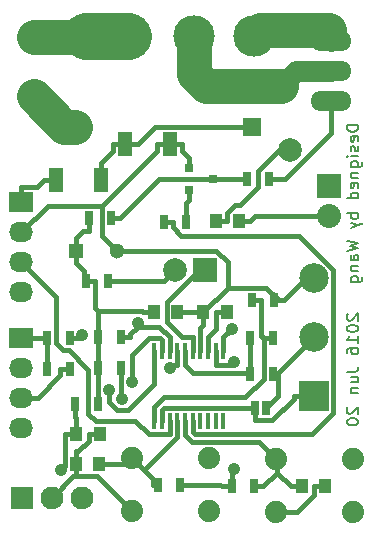
<source format=gbl>
G04 #@! TF.FileFunction,Copper,L2,Bot,Signal*
%FSLAX46Y46*%
G04 Gerber Fmt 4.6, Leading zero omitted, Abs format (unit mm)*
G04 Created by KiCad (PCBNEW 4.0.2+e4-6225~38~ubuntu16.04.1-stable) date Tue 21 Jun 2016 12:08:32 PM HKT*
%MOMM*%
G01*
G04 APERTURE LIST*
%ADD10C,0.100000*%
%ADD11C,0.175000*%
%ADD12C,3.500120*%
%ADD13C,1.879600*%
%ADD14R,1.000000X1.250000*%
%ADD15R,1.600000X1.600000*%
%ADD16C,1.600000*%
%ADD17C,1.300000*%
%ADD18R,1.300000X1.300000*%
%ADD19R,2.000000X2.000000*%
%ADD20C,2.000000*%
%ADD21R,1.250000X2.000000*%
%ADD22R,0.450000X1.450000*%
%ADD23R,2.032000X1.727200*%
%ADD24O,2.032000X1.727200*%
%ADD25R,0.635000X1.270000*%
%ADD26R,1.930400X1.930400*%
%ADD27C,1.930400*%
%ADD28R,0.800100X0.800100*%
%ADD29R,0.700000X1.300000*%
%ADD30C,1.998980*%
%ADD31C,2.500000*%
%ADD32R,2.500000X2.500000*%
%ADD33O,3.500120X1.699260*%
%ADD34R,2.032000X2.032000*%
%ADD35O,2.032000X2.032000*%
%ADD36C,1.066800*%
%ADD37C,0.431800*%
%ADD38C,3.000000*%
%ADD39C,1.750000*%
%ADD40C,4.000000*%
G04 APERTURE END LIST*
D10*
D11*
X30424381Y34407478D02*
X29424381Y34407478D01*
X29424381Y34169383D01*
X29472000Y34026525D01*
X29567238Y33931287D01*
X29662476Y33883668D01*
X29852952Y33836049D01*
X29995810Y33836049D01*
X30186286Y33883668D01*
X30281524Y33931287D01*
X30376762Y34026525D01*
X30424381Y34169383D01*
X30424381Y34407478D01*
X30376762Y33026525D02*
X30424381Y33121763D01*
X30424381Y33312240D01*
X30376762Y33407478D01*
X30281524Y33455097D01*
X29900571Y33455097D01*
X29805333Y33407478D01*
X29757714Y33312240D01*
X29757714Y33121763D01*
X29805333Y33026525D01*
X29900571Y32978906D01*
X29995810Y32978906D01*
X30091048Y33455097D01*
X30376762Y32597954D02*
X30424381Y32502716D01*
X30424381Y32312240D01*
X30376762Y32217001D01*
X30281524Y32169382D01*
X30233905Y32169382D01*
X30138667Y32217001D01*
X30091048Y32312240D01*
X30091048Y32455097D01*
X30043429Y32550335D01*
X29948190Y32597954D01*
X29900571Y32597954D01*
X29805333Y32550335D01*
X29757714Y32455097D01*
X29757714Y32312240D01*
X29805333Y32217001D01*
X30424381Y31740811D02*
X29757714Y31740811D01*
X29424381Y31740811D02*
X29472000Y31788430D01*
X29519619Y31740811D01*
X29472000Y31693192D01*
X29424381Y31740811D01*
X29519619Y31740811D01*
X29757714Y30836049D02*
X30567238Y30836049D01*
X30662476Y30883668D01*
X30710095Y30931287D01*
X30757714Y31026526D01*
X30757714Y31169383D01*
X30710095Y31264621D01*
X30376762Y30836049D02*
X30424381Y30931287D01*
X30424381Y31121764D01*
X30376762Y31217002D01*
X30329143Y31264621D01*
X30233905Y31312240D01*
X29948190Y31312240D01*
X29852952Y31264621D01*
X29805333Y31217002D01*
X29757714Y31121764D01*
X29757714Y30931287D01*
X29805333Y30836049D01*
X29757714Y30359859D02*
X30424381Y30359859D01*
X29852952Y30359859D02*
X29805333Y30312240D01*
X29757714Y30217002D01*
X29757714Y30074144D01*
X29805333Y29978906D01*
X29900571Y29931287D01*
X30424381Y29931287D01*
X30376762Y29074144D02*
X30424381Y29169382D01*
X30424381Y29359859D01*
X30376762Y29455097D01*
X30281524Y29502716D01*
X29900571Y29502716D01*
X29805333Y29455097D01*
X29757714Y29359859D01*
X29757714Y29169382D01*
X29805333Y29074144D01*
X29900571Y29026525D01*
X29995810Y29026525D01*
X30091048Y29502716D01*
X30424381Y28169382D02*
X29424381Y28169382D01*
X30376762Y28169382D02*
X30424381Y28264620D01*
X30424381Y28455097D01*
X30376762Y28550335D01*
X30329143Y28597954D01*
X30233905Y28645573D01*
X29948190Y28645573D01*
X29852952Y28597954D01*
X29805333Y28550335D01*
X29757714Y28455097D01*
X29757714Y28264620D01*
X29805333Y28169382D01*
X30424381Y26931287D02*
X29424381Y26931287D01*
X29805333Y26931287D02*
X29757714Y26836049D01*
X29757714Y26645572D01*
X29805333Y26550334D01*
X29852952Y26502715D01*
X29948190Y26455096D01*
X30233905Y26455096D01*
X30329143Y26502715D01*
X30376762Y26550334D01*
X30424381Y26645572D01*
X30424381Y26836049D01*
X30376762Y26931287D01*
X29757714Y26121763D02*
X30424381Y25883668D01*
X29757714Y25645572D02*
X30424381Y25883668D01*
X30662476Y25978906D01*
X30710095Y26026525D01*
X30757714Y26121763D01*
X29424381Y24597953D02*
X30424381Y24359858D01*
X29710095Y24169381D01*
X30424381Y23978905D01*
X29424381Y23740810D01*
X30424381Y22931286D02*
X29900571Y22931286D01*
X29805333Y22978905D01*
X29757714Y23074143D01*
X29757714Y23264620D01*
X29805333Y23359858D01*
X30376762Y22931286D02*
X30424381Y23026524D01*
X30424381Y23264620D01*
X30376762Y23359858D01*
X30281524Y23407477D01*
X30186286Y23407477D01*
X30091048Y23359858D01*
X30043429Y23264620D01*
X30043429Y23026524D01*
X29995810Y22931286D01*
X29757714Y22455096D02*
X30424381Y22455096D01*
X29852952Y22455096D02*
X29805333Y22407477D01*
X29757714Y22312239D01*
X29757714Y22169381D01*
X29805333Y22074143D01*
X29900571Y22026524D01*
X30424381Y22026524D01*
X29757714Y21121762D02*
X30567238Y21121762D01*
X30662476Y21169381D01*
X30710095Y21217000D01*
X30757714Y21312239D01*
X30757714Y21455096D01*
X30710095Y21550334D01*
X30376762Y21121762D02*
X30424381Y21217000D01*
X30424381Y21407477D01*
X30376762Y21502715D01*
X30329143Y21550334D01*
X30233905Y21597953D01*
X29948190Y21597953D01*
X29852952Y21550334D01*
X29805333Y21502715D01*
X29757714Y21407477D01*
X29757714Y21217000D01*
X29805333Y21121762D01*
X29519619Y18407476D02*
X29472000Y18359857D01*
X29424381Y18264619D01*
X29424381Y18026523D01*
X29472000Y17931285D01*
X29519619Y17883666D01*
X29614857Y17836047D01*
X29710095Y17836047D01*
X29852952Y17883666D01*
X30424381Y18455095D01*
X30424381Y17836047D01*
X29424381Y17217000D02*
X29424381Y17121761D01*
X29472000Y17026523D01*
X29519619Y16978904D01*
X29614857Y16931285D01*
X29805333Y16883666D01*
X30043429Y16883666D01*
X30233905Y16931285D01*
X30329143Y16978904D01*
X30376762Y17026523D01*
X30424381Y17121761D01*
X30424381Y17217000D01*
X30376762Y17312238D01*
X30329143Y17359857D01*
X30233905Y17407476D01*
X30043429Y17455095D01*
X29805333Y17455095D01*
X29614857Y17407476D01*
X29519619Y17359857D01*
X29472000Y17312238D01*
X29424381Y17217000D01*
X30424381Y15931285D02*
X30424381Y16502714D01*
X30424381Y16217000D02*
X29424381Y16217000D01*
X29567238Y16312238D01*
X29662476Y16407476D01*
X29710095Y16502714D01*
X29424381Y15074142D02*
X29424381Y15264619D01*
X29472000Y15359857D01*
X29519619Y15407476D01*
X29662476Y15502714D01*
X29852952Y15550333D01*
X30233905Y15550333D01*
X30329143Y15502714D01*
X30376762Y15455095D01*
X30424381Y15359857D01*
X30424381Y15169380D01*
X30376762Y15074142D01*
X30329143Y15026523D01*
X30233905Y14978904D01*
X29995810Y14978904D01*
X29900571Y15026523D01*
X29852952Y15074142D01*
X29805333Y15169380D01*
X29805333Y15359857D01*
X29852952Y15455095D01*
X29900571Y15502714D01*
X29995810Y15550333D01*
X29424381Y13502713D02*
X30138667Y13502713D01*
X30281524Y13550333D01*
X30376762Y13645571D01*
X30424381Y13788428D01*
X30424381Y13883666D01*
X29757714Y12597951D02*
X30424381Y12597951D01*
X29757714Y13026523D02*
X30281524Y13026523D01*
X30376762Y12978904D01*
X30424381Y12883666D01*
X30424381Y12740808D01*
X30376762Y12645570D01*
X30329143Y12597951D01*
X29757714Y12121761D02*
X30424381Y12121761D01*
X29852952Y12121761D02*
X29805333Y12074142D01*
X29757714Y11978904D01*
X29757714Y11836046D01*
X29805333Y11740808D01*
X29900571Y11693189D01*
X30424381Y11693189D01*
X29519619Y10502713D02*
X29472000Y10455094D01*
X29424381Y10359856D01*
X29424381Y10121760D01*
X29472000Y10026522D01*
X29519619Y9978903D01*
X29614857Y9931284D01*
X29710095Y9931284D01*
X29852952Y9978903D01*
X30424381Y10550332D01*
X30424381Y9931284D01*
X29424381Y9312237D02*
X29424381Y9216998D01*
X29472000Y9121760D01*
X29519619Y9074141D01*
X29614857Y9026522D01*
X29805333Y8978903D01*
X30043429Y8978903D01*
X30233905Y9026522D01*
X30329143Y9074141D01*
X30376762Y9121760D01*
X30424381Y9216998D01*
X30424381Y9312237D01*
X30376762Y9407475D01*
X30329143Y9455094D01*
X30233905Y9502713D01*
X30043429Y9550332D01*
X29805333Y9550332D01*
X29614857Y9502713D01*
X29519619Y9455094D01*
X29472000Y9407475D01*
X29424381Y9312237D01*
D12*
X10922000Y41910000D03*
D13*
X23418800Y6134600D03*
X29921200Y6134600D03*
X23418800Y1613400D03*
X29921200Y1613400D03*
X11226800Y6197600D03*
X17729200Y6197600D03*
X11226800Y1676400D03*
X17729200Y1676400D03*
D14*
X19288000Y18542000D03*
X17288000Y18542000D03*
X15097000Y18542000D03*
X13097000Y18542000D03*
X6518000Y8255000D03*
X8518000Y8255000D03*
D15*
X21387000Y34239200D03*
D16*
X6387000Y34239200D03*
D14*
X8493000Y5689600D03*
X6493000Y5689600D03*
X18329000Y26263600D03*
X20329000Y26263600D03*
D17*
X10002000Y23749000D03*
D18*
X6502000Y23749000D03*
D14*
X25619000Y3785000D03*
X27619000Y3785000D03*
D19*
X17450000Y22072600D03*
D20*
X14910000Y22072600D03*
D21*
X4856000Y29718000D03*
X8606000Y29718000D03*
X10698000Y32766000D03*
X14448000Y32766000D03*
D22*
X13128000Y15243600D03*
X13778000Y15243600D03*
X14428000Y15243600D03*
X15078000Y15243600D03*
X15728000Y15243600D03*
X16378000Y15243600D03*
X17028000Y15243600D03*
X17678000Y15243600D03*
X18328000Y15243600D03*
X18978000Y15243600D03*
X18978000Y9343600D03*
X18328000Y9343600D03*
X17678000Y9343600D03*
X17028000Y9343600D03*
X16378000Y9343600D03*
X15728000Y9343600D03*
X15078000Y9343600D03*
X14428000Y9343600D03*
X13778000Y9343600D03*
X13128000Y9343600D03*
D23*
X1854000Y27838400D03*
D24*
X1854000Y25298400D03*
X1854000Y22758400D03*
X1854000Y20218400D03*
D25*
X21673000Y10464800D03*
X22573000Y10464800D03*
D23*
X1842000Y16383000D03*
D24*
X1842000Y13843000D03*
X1842000Y11303000D03*
X1842000Y8763000D03*
D12*
X16510000Y41910000D03*
X21590000Y41910000D03*
X7366000Y41910000D03*
D26*
X1905000Y2794000D03*
D27*
X4445000Y2794000D03*
X6985000Y2794000D03*
D28*
X16093240Y28844200D03*
X16093240Y30744200D03*
X18092220Y29794200D03*
D29*
X21250000Y16332200D03*
X23150000Y16332200D03*
X21402000Y19532600D03*
X23302000Y19532600D03*
X21250000Y13284200D03*
X23150000Y13284200D03*
X5966000Y13716000D03*
X4066000Y13716000D03*
X8341000Y10744200D03*
X6441000Y10744200D03*
X5966000Y16383000D03*
X4066000Y16383000D03*
X7356000Y21158200D03*
X9256000Y21158200D03*
X10284000Y16446500D03*
X8384000Y16446500D03*
X8384000Y13779500D03*
X10284000Y13779500D03*
X15834000Y26212800D03*
X13934000Y26212800D03*
X7584000Y26517600D03*
X9484000Y26517600D03*
D30*
X2946000Y41818560D03*
X2946000Y36817300D03*
D29*
X15326000Y3937000D03*
X13426000Y3937000D03*
X20970000Y29794200D03*
X22870000Y29794200D03*
X19675000Y3785000D03*
X21575000Y3785000D03*
D31*
X26619000Y21430000D03*
D32*
X26619000Y11430000D03*
D31*
X26619000Y16430000D03*
D33*
X28067000Y38989000D03*
X28067000Y41529000D03*
X28067000Y36449000D03*
D34*
X27940000Y29210000D03*
D35*
X27940000Y26670000D03*
D30*
X24638000Y42418000D03*
X24638000Y32258000D03*
D36*
X19921900Y14322800D03*
X19921900Y5228100D03*
X5251200Y5187700D03*
X19714000Y17118200D03*
X9317900Y11913800D03*
X11223300Y12598600D03*
X11717300Y17641300D03*
X14479600Y13777200D03*
X7043100Y16583200D03*
X10412600Y11172600D03*
D37*
X19288000Y18542000D02*
X18356200Y18542000D01*
X18356200Y17078600D02*
X18356200Y18542000D01*
X17678000Y16400400D02*
X18356200Y17078600D01*
X17678000Y15243600D02*
X17678000Y16400400D01*
X26687200Y3086200D02*
X26687200Y3785000D01*
X25214400Y1613400D02*
X26687200Y3086200D01*
X23418800Y1613400D02*
X25214400Y1613400D01*
X27619000Y3785000D02*
X26687200Y3785000D01*
X4117300Y27561700D02*
X8738600Y27561700D01*
X1854000Y25298400D02*
X4117300Y27561700D01*
X13391200Y32214300D02*
X13391200Y32766000D01*
X8738600Y27561700D02*
X13391200Y32214300D01*
X14448000Y32766000D02*
X13391200Y32766000D01*
X15504800Y32164500D02*
X15504800Y32766000D01*
X16093200Y31576100D02*
X15504800Y32164500D01*
X16093200Y30744200D02*
X16093200Y31576100D01*
X14448000Y32766000D02*
X15504800Y32766000D01*
X7586200Y7625900D02*
X7586200Y8255000D01*
X6706700Y6746400D02*
X7586200Y7625900D01*
X6493000Y6746400D02*
X6706700Y6746400D01*
X6493000Y5689600D02*
X6493000Y6746400D01*
X8518000Y8255000D02*
X7586200Y8255000D01*
X6283800Y4632800D02*
X6493000Y4632800D01*
X4445000Y2794000D02*
X6283800Y4632800D01*
X6493000Y5689600D02*
X6493000Y4632800D01*
X8270400Y4632800D02*
X6493000Y4632800D01*
X11226800Y1676400D02*
X8270400Y4632800D01*
X21667200Y26670000D02*
X21260800Y26263600D01*
X27940000Y26670000D02*
X21667200Y26670000D01*
X20329000Y26263600D02*
X21260800Y26263600D01*
X17028000Y17225200D02*
X17028000Y15243600D01*
X17288000Y17485200D02*
X17028000Y17225200D01*
X17288000Y18013600D02*
X17288000Y17485200D01*
X17288000Y18013600D02*
X17288000Y18542000D01*
X15097000Y18542000D02*
X16028800Y18542000D01*
X17288000Y18542000D02*
X16028800Y18542000D01*
X23302000Y19532600D02*
X23692900Y19532600D01*
X8738600Y25012400D02*
X10002000Y23749000D01*
X8738600Y27561700D02*
X8738600Y25012400D01*
X18391500Y23749000D02*
X10002000Y23749000D01*
X19367200Y22773300D02*
X18391500Y23749000D01*
X19367200Y20621200D02*
X19367200Y22773300D01*
X22604300Y20621200D02*
X19367200Y20621200D01*
X23692900Y19532600D02*
X22604300Y20621200D01*
X19367200Y20621200D02*
X17288000Y18542000D01*
X23692900Y19532600D02*
X24083800Y19532600D01*
X25981200Y21430000D02*
X24083800Y19532600D01*
X26619000Y21430000D02*
X25981200Y21430000D01*
D38*
X22098000Y42418000D02*
X24638000Y42418000D01*
X21590000Y41910000D02*
X22098000Y42418000D01*
X24638000Y42418000D02*
X27940000Y42418000D01*
D37*
X19675000Y3785000D02*
X18893200Y3785000D01*
X8384000Y13779500D02*
X8384000Y12697700D01*
X8384000Y13779500D02*
X8384000Y16446500D01*
D39*
X27940000Y41656000D02*
X28067000Y41529000D01*
X27940000Y42418000D02*
X27940000Y41656000D01*
D37*
X18741200Y3937000D02*
X15326000Y3937000D01*
X18893200Y3785000D02*
X18741200Y3937000D01*
X7107000Y25435800D02*
X7584000Y25435800D01*
X6502000Y24830800D02*
X7107000Y25435800D01*
X6502000Y23749000D02*
X6502000Y24830800D01*
X7584000Y26517600D02*
X7584000Y25435800D01*
X6502000Y23749000D02*
X6502000Y22667200D01*
X7160600Y22008600D02*
X7160600Y21158200D01*
X6502000Y22667200D02*
X7160600Y22008600D01*
X8341000Y12654700D02*
X8341000Y10744200D01*
X8384000Y12697700D02*
X8341000Y12654700D01*
X18328000Y15243600D02*
X18328000Y14086800D01*
X7258300Y21158200D02*
X7160600Y21158200D01*
X7258300Y21158200D02*
X7356000Y21158200D01*
X7356000Y21158200D02*
X8137800Y21158200D01*
X8384000Y16446500D02*
X8384000Y17528300D01*
X13097000Y18542000D02*
X12165200Y18542000D01*
X12065300Y18641900D02*
X12165200Y18542000D01*
X8384000Y18641900D02*
X12065300Y18641900D01*
X8137800Y18888100D02*
X8384000Y18641900D01*
X8137800Y21158200D02*
X8137800Y18888100D01*
X8384000Y18641900D02*
X8384000Y17528300D01*
X3215000Y29133800D02*
X3799200Y29718000D01*
X1854000Y29133800D02*
X3215000Y29133800D01*
X1854000Y27838400D02*
X1854000Y29133800D01*
X4856000Y29718000D02*
X3799200Y29718000D01*
X19675000Y3785000D02*
X19675000Y4866800D01*
X19921900Y5113700D02*
X19921900Y5228100D01*
X19675000Y4866800D02*
X19921900Y5113700D01*
X19685900Y14086800D02*
X19921900Y14322800D01*
X18328000Y14086800D02*
X19685900Y14086800D01*
X6441000Y10744200D02*
X6441000Y9662400D01*
X6518000Y9585400D02*
X6518000Y8255000D01*
X6441000Y9662400D02*
X6518000Y9585400D01*
X6518000Y8255000D02*
X5586200Y8255000D01*
X5586200Y5522700D02*
X5251200Y5187700D01*
X5586200Y8255000D02*
X5586200Y5522700D01*
X9641200Y32185000D02*
X8606000Y31149800D01*
X9641200Y32766000D02*
X9641200Y32185000D01*
X8606000Y29718000D02*
X8606000Y31149800D01*
X10169600Y32766000D02*
X9641200Y32766000D01*
X10169600Y32766000D02*
X10698000Y32766000D01*
X13228000Y34239200D02*
X21387000Y34239200D01*
X11754800Y32766000D02*
X13228000Y34239200D01*
X10698000Y32766000D02*
X11754800Y32766000D01*
D38*
X5524000Y34239200D02*
X6387000Y34239200D01*
X2946000Y36817300D02*
X5524000Y34239200D01*
D37*
X13426000Y3937000D02*
X13035100Y3937000D01*
X15078000Y7964000D02*
X15078000Y9343600D01*
X12269200Y5155200D02*
X15078000Y7964000D01*
X13035100Y4389300D02*
X12269200Y5155200D01*
X13035100Y3937000D02*
X13035100Y4389300D01*
X8493000Y5689600D02*
X9424800Y5689600D01*
X11226800Y5689600D02*
X9424800Y5689600D01*
X11734800Y5689600D02*
X11226800Y5689600D01*
X12269200Y5155200D02*
X11734800Y5689600D01*
X11226800Y5689600D02*
X11226800Y6197600D01*
X19260800Y26934000D02*
X19260800Y26263600D01*
X19944700Y27617900D02*
X19260800Y26934000D01*
X20380300Y27617900D02*
X19944700Y27617900D01*
X21935400Y29173000D02*
X20380300Y27617900D01*
X21935400Y30524600D02*
X21935400Y29173000D01*
X23668800Y32258000D02*
X21935400Y30524600D01*
X24638000Y32258000D02*
X23668800Y32258000D01*
X18329000Y26263600D02*
X19260800Y26263600D01*
X18996200Y16400400D02*
X18978000Y16400400D01*
X19714000Y17118200D02*
X18996200Y16400400D01*
X18978000Y15243600D02*
X18978000Y16400400D01*
X15728000Y8156300D02*
X15728000Y9343600D01*
X16327900Y7556400D02*
X15728000Y8156300D01*
X21997000Y7556400D02*
X16327900Y7556400D01*
X23418800Y6134600D02*
X21997000Y7556400D01*
X21575000Y3785000D02*
X22356800Y3785000D01*
X25619000Y3785000D02*
X24687200Y3785000D01*
X23522000Y4950200D02*
X24687200Y3785000D01*
X22356800Y3785000D02*
X23522000Y4950200D01*
X23522000Y6031400D02*
X23418800Y6134600D01*
X23522000Y4950200D02*
X23522000Y6031400D01*
X16881700Y22072600D02*
X17450000Y22072600D01*
X14202900Y19393800D02*
X16881700Y22072600D01*
X14202900Y17691600D02*
X14202900Y19393800D01*
X15494100Y16400400D02*
X14202900Y17691600D01*
X16378000Y16400400D02*
X15494100Y16400400D01*
X16378000Y15243600D02*
X16378000Y16400400D01*
X13995600Y21158200D02*
X14910000Y22072600D01*
X9256000Y21158200D02*
X13995600Y21158200D01*
X9317900Y10906400D02*
X9317900Y11913800D01*
X9981500Y10242800D02*
X9317900Y10906400D01*
X10878500Y10242800D02*
X9981500Y10242800D01*
X13128000Y12492300D02*
X10878500Y10242800D01*
X13128000Y15243600D02*
X13128000Y12492300D01*
X11223300Y14913300D02*
X11223300Y12598600D01*
X12672700Y16362700D02*
X11223300Y14913300D01*
X13603000Y16362700D02*
X12672700Y16362700D01*
X13778000Y16187700D02*
X13603000Y16362700D01*
X13778000Y15243600D02*
X13778000Y16187700D01*
X10284000Y16446500D02*
X11065800Y16446500D01*
X14428000Y15243600D02*
X14428000Y16400400D01*
X11717300Y17315600D02*
X11717300Y17641300D01*
X11065800Y16664100D02*
X11717300Y17315600D01*
X11065800Y16446500D02*
X11065800Y16664100D01*
X13512800Y17315600D02*
X14428000Y16400400D01*
X11717300Y17315600D02*
X13512800Y17315600D01*
X14789200Y14086800D02*
X14479600Y13777200D01*
X15078000Y14086800D02*
X14789200Y14086800D01*
X15078000Y15243600D02*
X15078000Y14086800D01*
X15728000Y15243600D02*
X15728000Y14086800D01*
X16419400Y13395400D02*
X21250000Y13395400D01*
X15728000Y14086800D02*
X16419400Y13395400D01*
X21250000Y13284200D02*
X21250000Y13395400D01*
X21250000Y13395400D02*
X21250000Y16332200D01*
X13934000Y26212800D02*
X14715800Y26212800D01*
X16378000Y8399500D02*
X16378000Y9343600D01*
X16553000Y8224500D02*
X16378000Y8399500D01*
X26498300Y8224500D02*
X16553000Y8224500D01*
X28275000Y10001200D02*
X26498300Y8224500D01*
X28275000Y22104900D02*
X28275000Y10001200D01*
X25362300Y25017600D02*
X28275000Y22104900D01*
X15422400Y25017600D02*
X25362300Y25017600D01*
X14715800Y25724200D02*
X15422400Y25017600D01*
X14715800Y26212800D02*
X14715800Y25724200D01*
X12666200Y8186800D02*
X14428000Y8186800D01*
X11537500Y9315500D02*
X12666200Y8186800D01*
X8168900Y9315500D02*
X11537500Y9315500D01*
X7566000Y9918400D02*
X8168900Y9315500D01*
X7566000Y13679500D02*
X7566000Y9918400D01*
X5906600Y15338900D02*
X7566000Y13679500D01*
X5408100Y15338900D02*
X5906600Y15338900D01*
X4810100Y15936900D02*
X5408100Y15338900D01*
X4810100Y19802300D02*
X4810100Y15936900D01*
X1854000Y22758400D02*
X4810100Y19802300D01*
X14428000Y9343600D02*
X14428000Y8186800D01*
X23115400Y9398000D02*
X21673000Y9398000D01*
X24937200Y11219800D02*
X23115400Y9398000D01*
X24937200Y11430000D02*
X24937200Y11219800D01*
X21673000Y10311200D02*
X21673000Y9398000D01*
X21673000Y10311200D02*
X21673000Y10462700D01*
X21673000Y10464800D02*
X21673000Y10462700D01*
X13778000Y10287700D02*
X13778000Y9343600D01*
X13953000Y10462700D02*
X13778000Y10287700D01*
X21673000Y10462700D02*
X13953000Y10462700D01*
X26619000Y11430000D02*
X24937200Y11430000D01*
X23150000Y16332200D02*
X22539600Y16332200D01*
X13128000Y9343600D02*
X13128000Y10500400D01*
X22183800Y16554300D02*
X22405900Y16332200D01*
X22183800Y19532600D02*
X22183800Y16554300D01*
X22539600Y16332200D02*
X22405900Y16332200D01*
X13954200Y11326600D02*
X13128000Y10500400D01*
X20851600Y11326600D02*
X13954200Y11326600D01*
X22405900Y12880900D02*
X20851600Y11326600D01*
X22405900Y16332200D02*
X22405900Y12880900D01*
X21402000Y19532600D02*
X22183800Y19532600D01*
X23586200Y13397200D02*
X26619000Y16430000D01*
X23586200Y13284200D02*
X23586200Y13397200D01*
X23586100Y13284200D02*
X23586200Y13284200D01*
X23586100Y13284200D02*
X23586100Y11477900D01*
X23150000Y13284200D02*
X23586100Y13284200D01*
X23586100Y11477900D02*
X22573000Y10464800D01*
X4066000Y16383000D02*
X1842000Y16383000D01*
X4066000Y13716000D02*
X4066000Y16383000D01*
X5184200Y13197400D02*
X5184200Y13716000D01*
X3289800Y11303000D02*
X5184200Y13197400D01*
X5966000Y13716000D02*
X5184200Y13716000D01*
X1842000Y11303000D02*
X3289800Y11303000D01*
D38*
X16510000Y38735000D02*
X16510000Y41910000D01*
X17526000Y37719000D02*
X16510000Y38735000D01*
X23876000Y37719000D02*
X17526000Y37719000D01*
D39*
X25146000Y38989000D02*
X23876000Y37719000D01*
X28067000Y38989000D02*
X25146000Y38989000D01*
D40*
X10922000Y41910000D02*
X7366000Y41910000D01*
D38*
X7275000Y41818600D02*
X2946000Y41818600D01*
X7366000Y41910000D02*
X7275000Y41818600D01*
D37*
X15834000Y27753200D02*
X16093200Y28012400D01*
X15834000Y26212800D02*
X15834000Y27753200D01*
X16093200Y28844200D02*
X16093200Y28012400D01*
X20970000Y29794200D02*
X18092200Y29794200D01*
X9484000Y26517600D02*
X10265800Y26517600D01*
X13542400Y29794200D02*
X18092200Y29794200D01*
X10265800Y26517600D02*
X13542400Y29794200D01*
X6948000Y16583200D02*
X7043100Y16583200D01*
X6747800Y16383000D02*
X6948000Y16583200D01*
X5966000Y16383000D02*
X6747800Y16383000D01*
X10284000Y13779500D02*
X10284000Y12697700D01*
X10284000Y11301200D02*
X10412600Y11172600D01*
X10284000Y12697700D02*
X10284000Y11301200D01*
X24164800Y29794200D02*
X22870000Y29794200D01*
X28067000Y33696400D02*
X24164800Y29794200D01*
X28067000Y36449000D02*
X28067000Y33696400D01*
M02*

</source>
